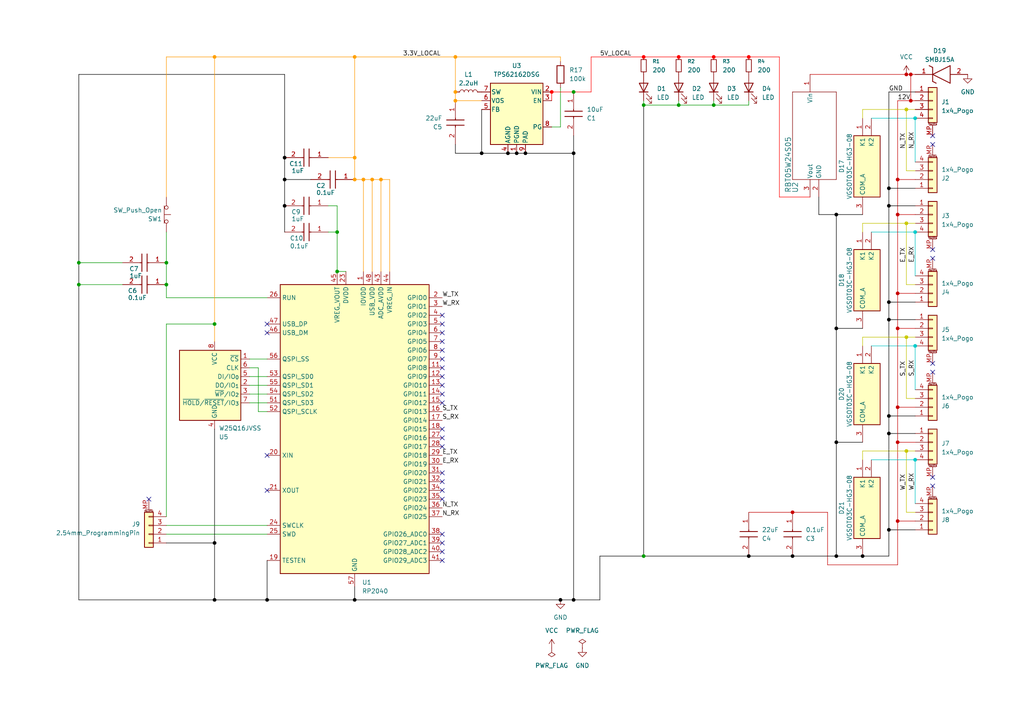
<source format=kicad_sch>
(kicad_sch (version 20250114) (generator "eeschema") (generator_version "9.0")
  (paper "A4")
  (title_block (date "2025-11-03") (rev "v0.0.1"))
  (junction (at 186.69 161.29))
  (junction (at 160.02 26.67) (color 255 0 0 1))
  (junction (at 260.35 85.09) (color 194 0 0 1))
  (junction (at 262.89 97.79) (color 194 194 0 1))
  (junction (at 102.87 52.07) (color 255 153 0 1))
  (junction (at 62.23 173.99) (color 0 0 0 1))
  (junction (at 132.08 16.51) (color 255 153 0 1))
  (junction (at 132.08 29.21) (color 255 153 0 1))
  (junction (at 262.89 64.77) (color 194 194 0 1))
  (junction (at 229.87 161.29) (color 0 0 0 1))
  (junction (at 162.56 173.99) (color 0 0 0 1))
  (junction (at 207.01 16.51) (color 255 0 0 1))
  (junction (at 166.37 26.67))
  (junction (at 265.43 100.33) (color 0 194 194 1))
  (junction (at 48.26 82.55))
  (junction (at 242.57 128.27) (color 0 0 0 1))
  (junction (at 262.89 21.59) (color 194 0 0 1))
  (junction (at 257.81 59.69) (color 0 0 0 1))
  (junction (at 217.17 16.51) (color 255 0 0 1))
  (junction (at 82.55 59.69) (color 0 0 0 1))
  (junction (at 147.32 44.45) (color 0 0 0 1))
  (junction (at 257.81 92.71) (color 0 0 0 1))
  (junction (at 260.35 128.27) (color 194 0 0 1))
  (junction (at 82.55 52.07) (color 0 0 0 1))
  (junction (at 22.86 76.2))
  (junction (at 250.19 161.29) (color 0 0 0 1))
  (junction (at 260.35 52.07) (color 194 0 0 1))
  (junction (at 217.17 161.29) (color 0 0 0 1))
  (junction (at 82.55 45.72) (color 0 0 0 1))
  (junction (at 260.35 62.23) (color 194 0 0 1))
  (junction (at 265.43 133.35) (color 0 194 194 1))
  (junction (at 186.69 16.51) (color 255 0 0 1))
  (junction (at 196.85 16.51) (color 255 0 0 1))
  (junction (at 260.35 151.13) (color 194 0 0 1))
  (junction (at 107.95 52.07) (color 255 153 0 1))
  (junction (at 62.23 16.51) (color 255 153 0 1))
  (junction (at 242.57 62.23) (color 0 0 0 1))
  (junction (at 260.35 118.11) (color 194 0 0 1))
  (junction (at 132.08 26.67) (color 255 153 0 1))
  (junction (at 257.81 125.73) (color 0 0 0 1))
  (junction (at 257.81 87.63) (color 0 0 0 1))
  (junction (at 62.23 93.98))
  (junction (at 262.89 31.75) (color 194 194 0 1))
  (junction (at 265.43 67.31) (color 0 194 194 1))
  (junction (at 229.87 148.59) (color 194 0 0 1))
  (junction (at 265.43 34.29) (color 0 194 194 1))
  (junction (at 77.47 173.99) (color 0 0 0 1))
  (junction (at 242.57 161.29) (color 0 0 0 1))
  (junction (at 207.01 30.48))
  (junction (at 242.57 95.25) (color 0 0 0 1))
  (junction (at 186.69 30.48))
  (junction (at 102.87 16.51) (color 255 153 0 1))
  (junction (at 262.89 130.81) (color 194 194 0 1))
  (junction (at 105.41 52.07) (color 255 153 0 1))
  (junction (at 102.87 45.72) (color 255 153 0 1))
  (junction (at 264.16 21.59) (color 194 0 0 1))
  (junction (at 102.87 173.99) (color 0 0 0 1))
  (junction (at 257.81 54.61) (color 0 0 0 1))
  (junction (at 257.81 153.67) (color 0 0 0 1))
  (junction (at 166.37 173.99) (color 0 0 0 1))
  (junction (at 257.81 120.65) (color 0 0 0 1))
  (junction (at 196.85 30.48))
  (junction (at 97.79 78.74))
  (junction (at 97.79 67.31))
  (junction (at 48.26 76.2))
  (junction (at 152.4 44.45) (color 0 0 0 1))
  (junction (at 110.49 52.07) (color 255 153 0 1))
  (junction (at 166.37 44.45) (color 0 0 0 1))
  (junction (at 139.7 44.45) (color 0 0 0 1))
  (junction (at 264.16 29.21) (color 194 0 0 1))
  (junction (at 149.86 44.45) (color 0 0 0 1))
  (junction (at 22.86 82.55))
  (junction (at 62.23 157.48) (color 0 0 0 1))
  (junction (at 260.35 95.25) (color 194 0 0 1))
  (no_connect (at 128.27 109.22))
  (no_connect (at 77.47 142.24))
  (no_connect (at 128.27 114.3))
  (no_connect (at 128.27 116.84))
  (no_connect (at 128.27 93.98))
  (no_connect (at 77.47 132.08))
  (no_connect (at 270.51 107.95))
  (no_connect (at 128.27 139.7))
  (no_connect (at 128.27 99.06))
  (no_connect (at 128.27 101.6))
  (no_connect (at 128.27 111.76))
  (no_connect (at 128.27 154.94))
  (no_connect (at 128.27 137.16))
  (no_connect (at 270.51 72.39))
  (no_connect (at 128.27 96.52))
  (no_connect (at 128.27 127))
  (no_connect (at 128.27 162.56))
  (no_connect (at 128.27 124.46))
  (no_connect (at 128.27 91.44))
  (no_connect (at 128.27 144.78))
  (no_connect (at 270.51 105.41))
  (no_connect (at 43.18 144.78))
  (no_connect (at 128.27 160.02))
  (no_connect (at 270.51 138.43))
  (no_connect (at 77.47 96.52))
  (no_connect (at 270.51 41.91))
  (no_connect (at 128.27 129.54))
  (no_connect (at 270.51 74.93))
  (no_connect (at 270.51 39.37))
  (no_connect (at 77.47 93.98))
  (no_connect (at 128.27 142.24))
  (no_connect (at 128.27 106.68))
  (no_connect (at 270.51 140.97))
  (no_connect (at 128.27 157.48))
  (no_connect (at 128.27 104.14))
  (wire (pts (xy 102.87 16.51) (xy 132.08 16.51)) (stroke (width 0) (color 255 153 0 1)))
  (wire (pts (xy 107.95 52.07) (xy 110.49 52.07)) (stroke (width 0) (color 255 153 0 1)))
  (wire (pts (xy 250.19 31.75) (xy 262.89 31.75)) (stroke (width 0) (color 194 194 0 1)))
  (wire (pts (xy 48.26 149.86) (xy 48.26 93.98)))
  (wire (pts (xy 90.17 52.07) (xy 82.55 52.07)) (stroke (width 0) (color 0 0 0 1)))
  (wire (pts (xy 264.16 21.59) (xy 265.43 21.59)) (stroke (width 0) (color 194 0 0 1)))
  (wire (pts (xy 262.89 49.53) (xy 265.43 49.53)) (stroke (width 0) (color 194 194 0 1)))
  (wire (pts (xy 260.35 85.09) (xy 260.35 95.25)) (stroke (width 0) (color 194 0 0 1)))
  (wire (pts (xy 257.81 92.71) (xy 265.43 92.71)) (stroke (width 0) (color 0 0 0 1)))
  (wire (pts (xy 262.89 130.81) (xy 262.89 148.59)) (stroke (width 0) (color 194 194 0 1)))
  (wire (pts (xy 257.81 87.63) (xy 257.81 92.71)) (stroke (width 0) (color 0 0 0 1)))
  (wire (pts (xy 72.39 104.14) (xy 77.47 104.14)))
  (wire (pts (xy 72.39 116.84) (xy 77.47 116.84)))
  (wire (pts (xy 166.37 39.37) (xy 166.37 44.45)) (stroke (width 0) (color 0 0 0 1)))
  (wire (pts (xy 48.26 93.98) (xy 62.23 93.98)))
  (wire (pts (xy 48.26 82.55) (xy 48.26 86.36)))
  (wire (pts (xy 48.26 76.2) (xy 48.26 82.55)))
  (wire (pts (xy 113.03 52.07) (xy 113.03 78.74)) (stroke (width 0) (color 255 153 0 1)))
  (wire (pts (xy 260.35 85.09) (xy 265.43 85.09)) (stroke (width 0) (color 194 0 0 1)))
  (wire (pts (xy 257.81 120.65) (xy 265.43 120.65)) (stroke (width 0) (color 0 0 0 1)))
  (wire (pts (xy 102.87 45.72) (xy 102.87 52.07)) (stroke (width 0) (color 255 153 0 1)))
  (wire (pts (xy 62.23 93.98) (xy 62.23 99.06)) (stroke (width 0) (color 255 153 0 1)))
  (wire (pts (xy 242.57 161.29) (xy 250.19 161.29)) (stroke (width 0) (color 0 0 0 1)))
  (wire (pts (xy 207.01 29.21) (xy 207.01 30.48)))
  (wire (pts (xy 217.17 161.29) (xy 229.87 161.29)) (stroke (width 0) (color 0 0 0 1)))
  (wire (pts (xy 260.35 118.11) (xy 260.35 128.27)) (stroke (width 0) (color 194 0 0 1)))
  (wire (pts (xy 229.87 161.29) (xy 242.57 161.29)) (stroke (width 0) (color 0 0 0 1)))
  (wire (pts (xy 196.85 29.21) (xy 196.85 30.48)))
  (wire (pts (xy 132.08 44.45) (xy 139.7 44.45)) (stroke (width 0) (color 0 0 0 1)))
  (wire (pts (xy 22.86 82.55) (xy 35.56 82.55)))
  (wire (pts (xy 234.95 21.59) (xy 262.89 21.59)) (stroke (width 0) (color 194 0 0 1)))
  (wire (pts (xy 260.35 118.11) (xy 265.43 118.11)) (stroke (width 0) (color 194 0 0 1)))
  (wire (pts (xy 74.93 106.68) (xy 74.93 119.38)))
  (wire (pts (xy 97.79 67.31) (xy 97.79 78.74)))
  (wire (pts (xy 48.26 67.31) (xy 48.26 76.2)))
  (wire (pts (xy 265.43 34.29) (xy 265.43 46.99)) (stroke (width 0) (color 0 194 194 1)))
  (wire (pts (xy 97.79 78.74) (xy 100.33 78.74)))
  (wire (pts (xy 257.81 59.69) (xy 265.43 59.69)) (stroke (width 0) (color 0 0 0 1)))
  (wire (pts (xy 95.25 45.72) (xy 102.87 45.72)) (stroke (width 0) (color 255 153 0 1)))
  (wire (pts (xy 262.89 130.81) (xy 265.43 130.81)) (stroke (width 0) (color 194 194 0 1)))
  (wire (pts (xy 260.35 163.83) (xy 260.35 151.13)) (stroke (width 0) (color 194 0 0 1)))
  (wire (pts (xy 217.17 16.51) (xy 226.06 16.51)) (stroke (width 0) (color 255 0 0 1)))
  (wire (pts (xy 265.43 97.79) (xy 262.89 97.79)) (stroke (width 0) (color 194 194 0 1)))
  (wire (pts (xy 48.26 154.94) (xy 77.47 154.94)))
  (wire (pts (xy 260.35 62.23) (xy 260.35 85.09)) (stroke (width 0) (color 194 0 0 1)))
  (wire (pts (xy 257.81 26.67) (xy 257.81 54.61)) (stroke (width 0) (color 0 0 0 1)))
  (wire (pts (xy 171.45 16.51) (xy 171.45 26.67)) (stroke (width 0) (color 255 0 0 1)))
  (wire (pts (xy 22.86 173.99) (xy 22.86 82.55)) (stroke (width 0) (color 0 0 0 1)))
  (wire (pts (xy 250.19 133.35) (xy 250.19 130.81)) (stroke (width 0) (color 194 194 0 1)))
  (wire (pts (xy 265.43 31.75) (xy 262.89 31.75)) (stroke (width 0) (color 194 194 0 1)))
  (wire (pts (xy 265.43 100.33) (xy 265.43 113.03)) (stroke (width 0) (color 0 194 194 1)))
  (wire (pts (xy 173.99 161.29) (xy 186.69 161.29)) (stroke (width 0) (color 0 0 0 1)))
  (wire (pts (xy 217.17 30.48) (xy 217.17 29.21)))
  (wire (pts (xy 162.56 36.83) (xy 160.02 36.83)))
  (wire (pts (xy 257.81 92.71) (xy 257.81 120.65)) (stroke (width 0) (color 0 0 0 1)))
  (wire (pts (xy 237.49 57.15) (xy 237.49 62.23)) (stroke (width 0) (color 0 0 0 1)))
  (wire (pts (xy 132.08 29.21) (xy 139.7 29.21)) (stroke (width 0) (color 255 153 0 1)))
  (wire (pts (xy 107.95 52.07) (xy 107.95 78.74)) (stroke (width 0) (color 255 153 0 1)))
  (wire (pts (xy 166.37 26.67) (xy 171.45 26.67)) (stroke (width 0) (color 255 0 0 1)))
  (wire (pts (xy 257.81 59.69) (xy 257.81 87.63)) (stroke (width 0) (color 0 0 0 1)))
  (wire (pts (xy 62.23 173.99) (xy 77.47 173.99)) (stroke (width 0) (color 0 0 0 1)))
  (wire (pts (xy 173.99 173.99) (xy 173.99 161.29)) (stroke (width 0) (color 0 0 0 1)))
  (wire (pts (xy 257.81 125.73) (xy 257.81 153.67)) (stroke (width 0) (color 0 0 0 1)))
  (wire (pts (xy 250.19 161.29) (xy 257.81 161.29)) (stroke (width 0) (color 0 0 0 1)))
  (wire (pts (xy 62.23 157.48) (xy 62.23 173.99)) (stroke (width 0) (color 0 0 0 1)))
  (wire (pts (xy 262.89 148.59) (xy 265.43 148.59)) (stroke (width 0) (color 194 194 0 1)))
  (wire (pts (xy 265.43 29.21) (xy 264.16 29.21)) (stroke (width 0) (color 194 0 0 1)))
  (wire (pts (xy 242.57 128.27) (xy 250.19 128.27)) (stroke (width 0) (color 0 0 0 1)))
  (wire (pts (xy 82.55 45.72) (xy 82.55 52.07)) (stroke (width 0) (color 0 0 0 1)))
  (wire (pts (xy 265.43 133.35) (xy 265.43 146.05)) (stroke (width 0) (color 0 194 194 1)))
  (wire (pts (xy 257.81 87.63) (xy 265.43 87.63)) (stroke (width 0) (color 0 0 0 1)))
  (wire (pts (xy 22.86 76.2) (xy 22.86 21.59)) (stroke (width 0) (color 0 0 0 1)))
  (wire (pts (xy 48.26 86.36) (xy 77.47 86.36)))
  (wire (pts (xy 95.25 59.69) (xy 97.79 59.69)))
  (wire (pts (xy 171.45 16.51) (xy 186.69 16.51)) (stroke (width 0) (color 255 0 0 1)))
  (wire (pts (xy 207.01 16.51) (xy 217.17 16.51)) (stroke (width 0) (color 255 0 0 1)))
  (wire (pts (xy 250.19 97.79) (xy 262.89 97.79)) (stroke (width 0) (color 194 194 0 1)))
  (wire (pts (xy 62.23 124.46) (xy 62.23 157.48)) (stroke (width 0) (color 0 0 0 1)))
  (wire (pts (xy 139.7 44.45) (xy 147.32 44.45)) (stroke (width 0) (color 0 0 0 1)))
  (wire (pts (xy 149.86 44.45) (xy 152.4 44.45)) (stroke (width 0) (color 0 0 0 1)))
  (wire (pts (xy 95.25 67.31) (xy 97.79 67.31)))
  (wire (pts (xy 22.86 76.2) (xy 35.56 76.2)))
  (wire (pts (xy 139.7 31.75) (xy 139.7 44.45)) (stroke (width 0) (color 0 0 0 1)))
  (wire (pts (xy 264.16 21.59) (xy 264.16 29.21)) (stroke (width 0) (color 194 0 0 1)))
  (wire (pts (xy 110.49 52.07) (xy 113.03 52.07)) (stroke (width 0) (color 255 153 0 1)))
  (wire (pts (xy 162.56 16.51) (xy 162.56 17.78)) (stroke (width 0) (color 255 153 0 1)))
  (wire (pts (xy 252.73 67.31) (xy 265.43 67.31)) (stroke (width 0) (color 0 194 194 1)))
  (wire (pts (xy 82.55 59.69) (xy 82.55 52.07)) (stroke (width 0) (color 0 0 0 1)))
  (wire (pts (xy 262.89 97.79) (xy 262.89 115.57)) (stroke (width 0) (color 194 194 0 1)))
  (wire (pts (xy 186.69 30.48) (xy 196.85 30.48)))
  (wire (pts (xy 196.85 16.51) (xy 207.01 16.51)) (stroke (width 0) (color 255 0 0 1)))
  (wire (pts (xy 166.37 173.99) (xy 173.99 173.99)) (stroke (width 0) (color 0 0 0 1)))
  (wire (pts (xy 186.69 30.48) (xy 186.69 161.29)) (stroke (width 0) (color 0 0 0 1)))
  (wire (pts (xy 196.85 30.48) (xy 207.01 30.48)))
  (wire (pts (xy 250.19 34.29) (xy 250.19 31.75)) (stroke (width 0) (color 194 194 0 1)))
  (wire (pts (xy 260.35 95.25) (xy 265.43 95.25)) (stroke (width 0) (color 194 0 0 1)))
  (wire (pts (xy 186.69 29.21) (xy 186.69 30.48)))
  (wire (pts (xy 262.89 64.77) (xy 262.89 82.55)) (stroke (width 0) (color 194 194 0 1)))
  (wire (pts (xy 257.81 54.61) (xy 265.43 54.61)) (stroke (width 0) (color 0 0 0 1)))
  (wire (pts (xy 72.39 114.3) (xy 77.47 114.3)))
  (wire (pts (xy 132.08 29.21) (xy 132.08 26.67)) (stroke (width 0) (color 255 153 0 1)))
  (wire (pts (xy 260.35 128.27) (xy 260.35 151.13)) (stroke (width 0) (color 194 0 0 1)))
  (wire (pts (xy 260.35 128.27) (xy 265.43 128.27)) (stroke (width 0) (color 194 0 0 1)))
  (wire (pts (xy 260.35 52.07) (xy 260.35 62.23)) (stroke (width 0) (color 194 0 0 1)))
  (wire (pts (xy 257.81 120.65) (xy 257.81 125.73)) (stroke (width 0) (color 0 0 0 1)))
  (wire (pts (xy 72.39 111.76) (xy 77.47 111.76)))
  (wire (pts (xy 48.26 16.51) (xy 62.23 16.51)) (stroke (width 0) (color 255 153 0 1)))
  (wire (pts (xy 207.01 30.48) (xy 217.17 30.48)))
  (wire (pts (xy 48.26 152.4) (xy 77.47 152.4)))
  (wire (pts (xy 242.57 62.23) (xy 250.19 62.23)) (stroke (width 0) (color 0 0 0 1)))
  (wire (pts (xy 110.49 52.07) (xy 110.49 78.74)) (stroke (width 0) (color 255 153 0 1)))
  (wire (pts (xy 105.41 52.07) (xy 107.95 52.07)) (stroke (width 0) (color 255 153 0 1)))
  (wire (pts (xy 265.43 64.77) (xy 262.89 64.77)) (stroke (width 0) (color 194 194 0 1)))
  (wire (pts (xy 72.39 109.22) (xy 77.47 109.22)))
  (wire (pts (xy 102.87 173.99) (xy 162.56 173.99)) (stroke (width 0) (color 0 0 0 1)))
  (wire (pts (xy 242.57 95.25) (xy 242.57 128.27)) (stroke (width 0) (color 0 0 0 1)))
  (wire (pts (xy 166.37 44.45) (xy 166.37 173.99)) (stroke (width 0) (color 0 0 0 1)))
  (wire (pts (xy 82.55 59.69) (xy 82.55 67.31)) (stroke (width 0) (color 0 0 0 1)))
  (wire (pts (xy 260.35 95.25) (xy 260.35 118.11)) (stroke (width 0) (color 194 0 0 1)))
  (wire (pts (xy 186.69 16.51) (xy 196.85 16.51)) (stroke (width 0) (color 255 0 0 1)))
  (wire (pts (xy 262.89 115.57) (xy 265.43 115.57)) (stroke (width 0) (color 194 194 0 1)))
  (wire (pts (xy 62.23 16.51) (xy 102.87 16.51)) (stroke (width 0) (color 255 153 0 1)))
  (wire (pts (xy 132.08 16.51) (xy 132.08 26.67)) (stroke (width 0) (color 255 153 0 1)))
  (wire (pts (xy 97.79 67.31) (xy 97.79 59.69)))
  (wire (pts (xy 262.89 31.75) (xy 262.89 49.53)) (stroke (width 0) (color 194 194 0 1)))
  (wire (pts (xy 260.35 151.13) (xy 265.43 151.13)) (stroke (width 0) (color 194 0 0 1)))
  (wire (pts (xy 252.73 34.29) (xy 265.43 34.29)) (stroke (width 0) (color 0 194 194 1)))
  (wire (pts (xy 160.02 26.67) (xy 160.02 29.21)) (stroke (width 0) (color 255 0 0 1)))
  (wire (pts (xy 260.35 52.07) (xy 265.43 52.07)) (stroke (width 0) (color 194 0 0 1)))
  (wire (pts (xy 257.81 125.73) (xy 265.43 125.73)) (stroke (width 0) (color 0 0 0 1)))
  (wire (pts (xy 186.69 161.29) (xy 217.17 161.29)) (stroke (width 0) (color 0 0 0 1)))
  (wire (pts (xy 262.89 21.59) (xy 264.16 21.59)) (stroke (width 0) (color 194 0 0 1)))
  (wire (pts (xy 250.19 100.33) (xy 250.19 97.79)) (stroke (width 0) (color 194 194 0 1)))
  (wire (pts (xy 152.4 44.45) (xy 166.37 44.45)) (stroke (width 0) (color 0 0 0 1)))
  (wire (pts (xy 132.08 16.51) (xy 162.56 16.51)) (stroke (width 0) (color 255 153 0 1)))
  (wire (pts (xy 252.73 133.35) (xy 265.43 133.35)) (stroke (width 0) (color 0 194 194 1)))
  (wire (pts (xy 240.03 163.83) (xy 260.35 163.83)) (stroke (width 0) (color 194 0 0 1)))
  (wire (pts (xy 250.19 130.81) (xy 262.89 130.81)) (stroke (width 0) (color 194 194 0 1)))
  (wire (pts (xy 250.19 64.77) (xy 262.89 64.77)) (stroke (width 0) (color 194 194 0 1)))
  (wire (pts (xy 257.81 54.61) (xy 257.81 59.69)) (stroke (width 0) (color 0 0 0 1)))
  (wire (pts (xy 262.89 82.55) (xy 265.43 82.55)) (stroke (width 0) (color 194 194 0 1)))
  (wire (pts (xy 250.19 67.31) (xy 250.19 64.77)) (stroke (width 0) (color 194 194 0 1)))
  (wire (pts (xy 265.43 67.31) (xy 265.43 80.01)) (stroke (width 0) (color 0 194 194 1)))
  (wire (pts (xy 132.08 41.91) (xy 132.08 44.45)) (stroke (width 0) (color 0 0 0 1)))
  (wire (pts (xy 252.73 100.33) (xy 265.43 100.33)) (stroke (width 0) (color 0 194 194 1)))
  (wire (pts (xy 74.93 119.38) (xy 77.47 119.38)))
  (wire (pts (xy 229.87 148.59) (xy 240.03 148.59)) (stroke (width 0) (color 194 0 0 1)))
  (wire (pts (xy 260.35 62.23) (xy 265.43 62.23)) (stroke (width 0) (color 194 0 0 1)))
  (wire (pts (xy 102.87 52.07) (xy 105.41 52.07)) (stroke (width 0) (color 255 153 0 1)))
  (wire (pts (xy 226.06 57.15) (xy 234.95 57.15)) (stroke (width 0) (color 255 0 0 1)))
  (wire (pts (xy 264.16 29.21) (xy 260.35 29.21)) (stroke (width 0) (color 194 0 0 1)))
  (wire (pts (xy 237.49 62.23) (xy 242.57 62.23)) (stroke (width 0) (color 0 0 0 1)))
  (wire (pts (xy 102.87 170.18) (xy 102.87 173.99)) (stroke (width 0) (color 0 0 0 1)))
  (wire (pts (xy 240.03 163.83) (xy 240.03 148.59)) (stroke (width 0) (color 194 0 0 1)))
  (wire (pts (xy 22.86 21.59) (xy 82.55 21.59)) (stroke (width 0) (color 0 0 0 1)))
  (wire (pts (xy 257.81 26.67) (xy 265.43 26.67)) (stroke (width 0) (color 0 0 0 1)))
  (wire (pts (xy 257.81 153.67) (xy 265.43 153.67)) (stroke (width 0) (color 0 0 0 1)))
  (wire (pts (xy 48.26 16.51) (xy 48.26 57.15)) (stroke (width 0) (color 255 153 0 1)))
  (wire (pts (xy 162.56 173.99) (xy 166.37 173.99)) (stroke (width 0) (color 0 0 0 1)))
  (wire (pts (xy 226.06 16.51) (xy 226.06 57.15)) (stroke (width 0) (color 255 0 0 1)))
  (wire (pts (xy 82.55 21.59) (xy 82.55 45.72)) (stroke (width 0) (color 0 0 0 1)))
  (wire (pts (xy 242.57 62.23) (xy 242.57 95.25)) (stroke (width 0) (color 0 0 0 1)))
  (wire (pts (xy 22.86 82.55) (xy 22.86 76.2)) (stroke (width 0) (color 0 0 0 1)))
  (wire (pts (xy 62.23 16.51) (xy 62.23 93.98)) (stroke (width 0) (color 255 153 0 1)))
  (wire (pts (xy 160.02 26.67) (xy 166.37 26.67)) (stroke (width 0) (color 255 0 0 1)))
  (wire (pts (xy 72.39 106.68) (xy 74.93 106.68)))
  (wire (pts (xy 242.57 128.27) (xy 242.57 161.29)) (stroke (width 0) (color 0 0 0 1)))
  (wire (pts (xy 217.17 148.59) (xy 229.87 148.59)) (stroke (width 0) (color 194 0 0 1)))
  (wire (pts (xy 162.56 25.4) (xy 162.56 36.83)))
  (wire (pts (xy 77.47 162.56) (xy 77.47 173.99)) (stroke (width 0) (color 0 0 0 1)))
  (wire (pts (xy 147.32 44.45) (xy 149.86 44.45)) (stroke (width 0) (color 0 0 0 1)))
  (wire (pts (xy 22.86 173.99) (xy 62.23 173.99)) (stroke (width 0) (color 0 0 0 1)))
  (wire (pts (xy 105.41 52.07) (xy 105.41 78.74)) (stroke (width 0) (color 255 153 0 1)))
  (wire (pts (xy 257.81 161.29) (xy 257.81 153.67)) (stroke (width 0) (color 0 0 0 1)))
  (wire (pts (xy 77.47 173.99) (xy 102.87 173.99)) (stroke (width 0) (color 0 0 0 1)))
  (wire (pts (xy 242.57 95.25) (xy 250.19 95.25)) (stroke (width 0) (color 0 0 0 1)))
  (wire (pts (xy 260.35 29.21) (xy 260.35 52.07)) (stroke (width 0) (color 194 0 0 1)))
  (wire (pts (xy 102.87 16.51) (xy 102.87 45.72)) (stroke (width 0) (color 255 153 0 1)))
  (wire (pts (xy 48.26 157.48) (xy 62.23 157.48)) (stroke (width 0) (color 0 0 0 1)))
  (label "N_TX" (at 262.89 43.18 90))
  (label "E_TX" (at 262.89 76.2 90))
  (label "S_TX" (at 128.27 119.38 0))
  (label "N_RX" (at 128.27 149.86 0))
  (label "W_RX" (at 265.43 142.24 90))
  (label "N_TX" (at 128.27 147.32 0))
  (label "5V_LOCAL" (at 173.99 16.51 0))
  (label "E_RX" (at 128.27 134.62 0))
  (label "3.3V_LOCAL" (at 116.84 16.51 0))
  (label "W_TX" (at 128.27 86.36 0))
  (label "12V" (at 260.35 29.21 0))
  (label "W_TX" (at 262.89 142.24 90))
  (label "W_RX" (at 128.27 88.9 0))
  (label "GND" (at 257.81 26.67 0))
  (label "N_RX" (at 265.43 43.18 90))
  (label "E_TX" (at 128.27 132.08 0))
  (label "S_RX" (at 265.43 109.22 90))
  (label "E_RX" (at 265.43 76.2 90))
  (label "S_TX" (at 262.89 109.22 90))
  (label "S_RX" (at 128.27 121.92 0))
  (symbol (lib_id "Connector_Generic_MountingPin:Conn_01x04_MountingPin") (at 43.18 154.94 180) (unit 1)
    (property "Reference" "J9" (at 40.64 152.0443 0) (effects (justify left)))
    (property "Value" "2.54mm_ProgrammingPin" (at 40.64 154.5843 0) (effects (justify left)))
    (property "Footprint" "Connector_PinSocket_2.54mm:PinSocket_1x04_P2.54mm_Vertical" (effects (hide yes)))
    (property "Description" "Generic connectable mounting pin connector, single row, 01x04, script generated (kicad-library-utils/schlib/autogen/connector/)" (effects (hide yes)))
  )
  (symbol (lib_id "Device:LED") (at 207.01 25.4 90) (unit 1)
    (property "Reference" "D3" (at 210.82 25.7174 90) (effects (justify right)))
    (property "Value" "LED" (at 210.82 28.2574 90) (effects (justify right)))
    (property "Footprint" "SamacSys_Parts:LEDC1608X115N" (effects (hide yes)))
    (property "Description" "Light emitting diode" (effects (hide yes)))
    (property "Sim.Pins" "1=K 2=A" (effects (hide yes)))
  )
  (symbol (lib_id "SamacSys_Parts:SMBJ15A") (at 265.43 21.59 0) (unit 1)
    (property "Reference" "D19" (at 272.542 14.732 0))
    (property "Value" "SMBJ15A" (at 272.542 17.272 0))
    (property "Footprint" "SamacSys_Parts:DIOM5436X244N" (effects (hide yes)))
    (property "Datasheet" "http://www.vishay.com/docs/88392/smbj.pdf" (effects (hide yes)))
    (property "Description" "Unidirectional 600W TVS diode,SMBJ15A" (effects (hide yes)))
    (property "Height" "2.44" (effects (hide yes)))
    (property "Manufacturer_Name" "Vishay" (effects (hide yes)))
    (property "Manufacturer_Part_Number" "SMBJ15A" (effects (hide yes)))
    (property "Mouser Part Number" "78-SMBJ15A" (effects (hide yes)))
    (property "Mouser Price/Stock" "https://www.mouser.co.uk/ProductDetail/Vishay-General-Semiconductor/SMBJ15A?qs=%252BA9HMDDz5KavBY56EO7ceQ%3D%3D" (effects (hide yes)))
  )
  (symbol (lib_id "SamacSys_Parts:C0805F104K1RACAUTO") (at 229.87 148.59 90) (mirror x) (unit 1)
    (property "Reference" "C3" (at 233.68 156.2101 90) (effects (justify right)))
    (property "Value" "0.1uF" (at 233.68 153.6701 90) (effects (justify right)))
    (property "Footprint" "SamacSys_Parts:CAPC2012X140N" (effects (hide yes)))
    (property "Datasheet" "https://content.kemet.com/datasheets/KEM_C1014_X7R_FE-CAP_SMD.pdf" (effects (hide yes)))
    (property "Description" "Multilayer Ceramic Capacitors MLCC - SMD/SMT 100V 0.1uF 10% X7R -55 / +125C AEC-Q200" (effects (hide yes)))
    (property "Height" "1.4" (effects (hide yes)))
    (property "Manufacturer_Name" "KEMET" (effects (hide yes)))
    (property "Manufacturer_Part_Number" "C0805F104K1RACAUTO" (effects (hide yes)))
  )
  (symbol (lib_id "SamacSys_Parts:GRM188C81A226ME01D") (at 217.17 148.59 90) (mirror x) (unit 1)
    (property "Reference" "C4" (at 220.98 156.2101 90) (effects (justify right)))
    (property "Value" "22uF" (at 220.98 153.6701 90) (effects (justify right)))
    (property "Footprint" "SamacSys_Parts:GRM18x" (effects (hide yes)))
    (property "Datasheet" "https://search.murata.co.jp/Ceramy/image/img/A01X/G101/ENG/GRM188C81A226ME01-01A.pdf" (effects (hide yes)))
    (property "Description" "MLCC, 0603" (effects (hide yes)))
    (property "Height" "0.9" (effects (hide yes)))
    (property "Manufacturer_Name" "Murata Electronics" (effects (hide yes)))
    (property "Manufacturer_Part_Number" "GRM188C81A226ME01D" (effects (hide yes)))
  )
  (symbol (lib_id "SamacSys_Parts:GRM033D70E105ME15D") (at 95.25 59.69 0) (mirror y) (unit 1)
    (property "Reference" "C9" (at 85.852 61.468 0))
    (property "Value" "1uF" (at 86.36 63.5 0))
    (property "Footprint" "SamacSys_Parts:CAPC0603X33N" (effects (hide yes)))
    (property "Datasheet" "https://search.murata.co.jp/Ceramy/image/img/A01X/G101/ENG/GRM033D70E105ME15-01A.pdf" (effects (hide yes)))
    (property "Description" "Capacitor GRM03_0.09 L=0.6mm W=0.3mm T=0.3mm" (effects (hide yes)))
    (property "Height" "0.33" (effects (hide yes)))
    (property "Manufacturer_Name" "Murata Electronics" (effects (hide yes)))
    (property "Manufacturer_Part_Number" "GRM033D70E105ME15D" (effects (hide yes)))
    (property "Mouser Part Number" "81-GRM033D70E105ME5D" (effects (hide yes)))
    (property "Mouser Price/Stock" "https://www.mouser.co.uk/ProductDetail/Murata-Electronics/GRM033D70E105ME15D?qs=r5DSvlrkXmLLNF3ZiIF79w%3D%3D" (effects (hide yes)))
  )
  (symbol (lib_id "power:GND") (at 168.91 187.96 0) (unit 1)
    (property "Reference" "#PWR03" (effects (hide yes)))
    (property "Value" "GND" (at 168.91 193.04 0))
    (property "Description" "Power symbol creates a global label with name \"GND\" , ground" (effects (hide yes)))
  )
  (symbol (lib_id "Device:LED") (at 196.85 25.4 90) (unit 1)
    (property "Reference" "D2" (at 200.66 25.7174 90) (effects (justify right)))
    (property "Value" "LED" (at 200.66 28.2574 90) (effects (justify right)))
    (property "Footprint" "SamacSys_Parts:LEDC1608X115N" (effects (hide yes)))
    (property "Description" "Light emitting diode" (effects (hide yes)))
    (property "Sim.Pins" "1=K 2=A" (effects (hide yes)))
  )
  (symbol (lib_id "Device:R_Small") (at 217.17 19.05 0) (unit 1)
    (property "Reference" "R4" (at 219.71 17.7799 0) (effects (font (size 1.016 1.016)) (justify left)))
    (property "Value" "200" (at 219.71 20.3199 0) (effects (justify left)))
    (property "Footprint" "SamacSys_Parts:CRCW1210200RJNEAIF" (effects (hide yes)))
    (property "Description" "Resistor, small symbol" (effects (hide yes)))
  )
  (symbol (lib_id "Regulator_Switching:TPS62162DSG") (at 149.86 34.29 0) (mirror y) (unit 1)
    (property "Reference" "U3" (at 149.86 19.05 0))
    (property "Value" "TPS62162DSG" (at 149.86 21.59 0))
    (property "Footprint" "Package_SON:WSON-8-1EP_2x2mm_P0.5mm_EP0.9x1.6mm_ThermalVias" (effects (hide yes)))
    (property "Datasheet" "http://www.ti.com/lit/ds/symlink/tps62160.pdf" (effects (hide yes)))
    (property "Description" "1A Step-Down Converter with DCS-Control, fixed 3.3V output, 3-17V input voltage, WSON-8" (effects (hide yes)))
  )
  (symbol (lib_id "Device:R_Small") (at 207.01 19.05 0) (unit 1)
    (property "Reference" "R3" (at 209.55 17.7799 0) (effects (font (size 1.016 1.016)) (justify left)))
    (property "Value" "200" (at 209.55 20.3199 0) (effects (justify left)))
    (property "Footprint" "SamacSys_Parts:CRCW1210200RJNEAIF" (effects (hide yes)))
    (property "Description" "Resistor, small symbol" (effects (hide yes)))
  )
  (symbol (lib_id "Device:R") (at 162.56 21.59 0) (mirror y) (unit 1)
    (property "Reference" "R17" (at 165.1 20.3199 0) (effects (justify right)))
    (property "Value" "100k" (at 165.1 22.8599 0) (effects (justify right)))
    (property "Footprint" "SamacSys_Parts:TNPW0805100KFHEA" (effects (hide yes)))
    (property "Description" "Resistor" (effects (hide yes)))
  )
  (symbol (lib_id "SamacSys_Parts:C0805F104K1RACAUTO") (at 48.26 82.55 0) (mirror y) (unit 1)
    (property "Reference" "C6" (at 37.084 84.328 0) (effects (justify right)))
    (property "Value" "0.1uF" (at 37.084 86.36 0) (effects (justify right)))
    (property "Footprint" "SamacSys_Parts:CAPC2012X140N" (effects (hide yes)))
    (property "Datasheet" "https://content.kemet.com/datasheets/KEM_C1014_X7R_FE-CAP_SMD.pdf" (effects (hide yes)))
    (property "Description" "Multilayer Ceramic Capacitors MLCC - SMD/SMT 100V 0.1uF 10% X7R -55 / +125C AEC-Q200" (effects (hide yes)))
    (property "Height" "1.4" (effects (hide yes)))
    (property "Manufacturer_Name" "KEMET" (effects (hide yes)))
    (property "Manufacturer_Part_Number" "C0805F104K1RACAUTO" (effects (hide yes)))
  )
  (symbol (lib_id "Connector_Generic_MountingPin:Conn_01x04_MountingPin") (at 270.51 151.13 0) (mirror x) (unit 1)
    (property "Reference" "J8" (at 273.05 150.7745 0) (effects (justify left)))
    (property "Value" "1x4_Pogo" (at 273.05 148.2345 0) (effects (justify left)))
    (property "Footprint" "Connector_PinSocket_2.54mm:PinSocket_1x04_P2.54mm_Vertical" (effects (hide yes)))
    (property "Description" "Generic connectable mounting pin connector, single row, 01x04, script generated (kicad-library-utils/schlib/autogen/connector/)" (effects (hide yes)))
  )
  (symbol (lib_id "Connector_Generic_MountingPin:Conn_01x04_MountingPin") (at 270.51 95.25 0) (unit 1)
    (property "Reference" "J5" (at 273.05 95.6055 0) (effects (justify left)))
    (property "Value" "1x4_Pogo" (at 273.05 98.1455 0) (effects (justify left)))
    (property "Footprint" "Connector_PinSocket_2.54mm:PinSocket_1x04_P2.54mm_Vertical" (effects (hide yes)))
    (property "Description" "Generic connectable mounting pin connector, single row, 01x04, script generated (kicad-library-utils/schlib/autogen/connector/)" (effects (hide yes)))
  )
  (symbol (lib_id "Device:LED") (at 186.69 25.4 90) (unit 1)
    (property "Reference" "D1" (at 190.5 25.7174 90) (effects (justify right)))
    (property "Value" "LED" (at 190.5 28.2574 90) (effects (justify right)))
    (property "Footprint" "SamacSys_Parts:LEDC1608X115N" (effects (hide yes)))
    (property "Description" "Light emitting diode" (effects (hide yes)))
    (property "Sim.Pins" "1=K 2=A" (effects (hide yes)))
  )
  (symbol (lib_id "Device:LED") (at 217.17 25.4 90) (unit 1)
    (property "Reference" "D4" (at 220.98 25.7174 90) (effects (justify right)))
    (property "Value" "LED" (at 220.98 28.2574 90) (effects (justify right)))
    (property "Footprint" "SamacSys_Parts:LEDC1608X115N" (effects (hide yes)))
    (property "Description" "Light emitting diode" (effects (hide yes)))
    (property "Sim.Pins" "1=K 2=A" (effects (hide yes)))
  )
  (symbol (lib_id "power:PWR_FLAG") (at 160.02 187.96 0) (mirror x) (unit 1)
    (property "Reference" "#FLG02" (effects (hide yes)))
    (property "Value" "PWR_FLAG" (at 160.02 193.04 0))
    (property "Description" "Special symbol for telling ERC where power comes from" (effects (hide yes)))
  )
  (symbol (lib_id "SamacSys_Parts:GRM188C81A226ME01D") (at 132.08 29.21 270) (unit 1)
    (property "Reference" "C5" (at 128.27 36.8301 90) (effects (justify right)))
    (property "Value" "22uF" (at 128.27 34.2901 90) (effects (justify right)))
    (property "Footprint" "SamacSys_Parts:GRM18x" (effects (hide yes)))
    (property "Datasheet" "https://search.murata.co.jp/Ceramy/image/img/A01X/G101/ENG/GRM188C81A226ME01-01A.pdf" (effects (hide yes)))
    (property "Description" "MLCC, 0603" (effects (hide yes)))
    (property "Height" "0.9" (effects (hide yes)))
    (property "Manufacturer_Name" "Murata Electronics" (effects (hide yes)))
    (property "Manufacturer_Part_Number" "GRM188C81A226ME01D" (effects (hide yes)))
  )
  (symbol (lib_id "SamacSys_Parts:GRM155R60J106ME18D") (at 166.37 26.67 90) (mirror x) (unit 1)
    (property "Reference" "C1" (at 170.18 34.2901 90) (effects (justify right)))
    (property "Value" "10uF" (at 170.18 31.7501 90) (effects (justify right)))
    (property "Footprint" "SamacSys_Parts:CAPC1005X70N" (effects (hide yes)))
    (property "Datasheet" "http://www.murata.com/~/media/webrenewal/support/library/catalog/products/capacitor/mlcc/c02e.pdf" (effects (hide yes)))
    (property "Description" "Chip Capacitor value 106" (effects (hide yes)))
    (property "Height" "0.7" (effects (hide yes)))
    (property "Manufacturer_Name" "Murata Electronics" (effects (hide yes)))
    (property "Manufacturer_Part_Number" "GRM155R60J106ME18D" (effects (hide yes)))
  )
  (symbol (lib_id "SamacSys_Parts:VGSOT03C-HG3-08") (at 250.19 133.35 90) (mirror x) (unit 1)
    (property "Reference" "D21" (at 244.094 147.32 0))
    (property "Value" "VGSOT03C-HG3-08" (at 246.38 147.32 0))
    (property "Footprint" "SamacSys_Parts:SOT95P248X115-3N" (effects (hide yes)))
    (property "Datasheet" "https://www.vishay.com/docs/86325/vgsot03c-vgsot36c.pdf" (effects (hide yes)))
    (property "Description" "Two-line unidirectional ESD protection diode  Common anode  Can be used as bidirectional protection diode  ESD immunity acc. IEC 61000-4-2 and ISO 10605 +/- 30 kV contact discharge +/- 30 kV air discharge  ESD capability according to AEC-Q101: human body model: class H3B: > 8 kV  e3 - Sn  AEC-Q101 qualified available" (effects (hide yes)))
    (property "Height" "1.15" (effects (hide yes)))
    (property "Manufacturer_Name" "Vishay" (effects (hide yes)))
    (property "Manufacturer_Part_Number" "VGSOT03C-HG3-08" (effects (hide yes)))
  )
  (symbol (lib_id "SamacSys_Parts:C0805F104K1RACAUTO") (at 95.25 67.31 0) (mirror y) (unit 1)
    (property "Reference" "C10" (at 84.074 69.088 0) (effects (justify right)))
    (property "Value" "0.1uF" (at 84.074 71.374 0) (effects (justify right)))
    (property "Footprint" "SamacSys_Parts:CAPC2012X140N" (effects (hide yes)))
    (property "Datasheet" "https://content.kemet.com/datasheets/KEM_C1014_X7R_FE-CAP_SMD.pdf" (effects (hide yes)))
    (property "Description" "Multilayer Ceramic Capacitors MLCC - SMD/SMT 100V 0.1uF 10% X7R -55 / +125C AEC-Q200" (effects (hide yes)))
    (property "Height" "1.4" (effects (hide yes)))
    (property "Manufacturer_Name" "KEMET" (effects (hide yes)))
    (property "Manufacturer_Part_Number" "C0805F104K1RACAUTO" (effects (hide yes)))
  )
  (symbol (lib_id "Connector_Generic_MountingPin:Conn_01x04_MountingPin") (at 270.51 85.09 0) (mirror x) (unit 1)
    (property "Reference" "J4" (at 273.05 84.7345 0) (effects (justify left)))
    (property "Value" "1x4_Pogo" (at 273.05 82.1945 0) (effects (justify left)))
    (property "Footprint" "Connector_PinSocket_2.54mm:PinSocket_1x04_P2.54mm_Vertical" (effects (hide yes)))
    (property "Description" "Generic connectable mounting pin connector, single row, 01x04, script generated (kicad-library-utils/schlib/autogen/connector/)" (effects (hide yes)))
  )
  (symbol (lib_id "2025-11-06_01-25-23:RBT05W24S05") (at 234.95 19.05 90) (mirror x) (unit 1)
    (property "Reference" "U2" (at 230.632 54.356 0) (effects (font (size 1.524 1.524))))
    (property "Value" "RBT05W24S05" (at 228.6 47.752 0) (effects (font (size 1.524 1.524))))
    (property "Footprint" "SamacSys_Parts:RBT10W24S05_XPP_XPR" (effects (hide yes)))
    (property "Datasheet" "RBT05W24S05" (effects (hide yes)))
  )
  (symbol (lib_id "SamacSys_Parts:GRM033D70E105ME15D") (at 95.25 45.72 0) (mirror y) (unit 1)
    (property "Reference" "C11" (at 85.852 47.498 0))
    (property "Value" "1uF" (at 86.36 49.53 0))
    (property "Footprint" "SamacSys_Parts:CAPC0603X33N" (effects (hide yes)))
    (property "Datasheet" "https://search.murata.co.jp/Ceramy/image/img/A01X/G101/ENG/GRM033D70E105ME15-01A.pdf" (effects (hide yes)))
    (property "Description" "Capacitor GRM03_0.09 L=0.6mm W=0.3mm T=0.3mm" (effects (hide yes)))
    (property "Height" "0.33" (effects (hide yes)))
    (property "Manufacturer_Name" "Murata Electronics" (effects (hide yes)))
    (property "Manufacturer_Part_Number" "GRM033D70E105ME15D" (effects (hide yes)))
    (property "Mouser Part Number" "81-GRM033D70E105ME5D" (effects (hide yes)))
    (property "Mouser Price/Stock" "https://www.mouser.co.uk/ProductDetail/Murata-Electronics/GRM033D70E105ME15D?qs=r5DSvlrkXmLLNF3ZiIF79w%3D%3D" (effects (hide yes)))
  )
  (symbol (lib_id "power:GND") (at 280.67 21.59 0) (unit 1)
    (property "Reference" "#PWR05" (effects (hide yes)))
    (property "Value" "GND" (at 280.67 26.67 0))
    (property "Description" "Power symbol creates a global label with name \"GND\" , ground" (effects (hide yes)))
  )
  (symbol (lib_id "Device:R_Small") (at 196.85 19.05 0) (unit 1)
    (property "Reference" "R2" (at 199.39 17.7799 0) (effects (font (size 1.016 1.016)) (justify left)))
    (property "Value" "200" (at 199.39 20.3199 0) (effects (justify left)))
    (property "Footprint" "SamacSys_Parts:CRCW1210200RJNEAIF" (effects (hide yes)))
    (property "Description" "Resistor, small symbol" (effects (hide yes)))
  )
  (symbol (lib_id "Memory_Flash:W25Q16JVSS") (at 62.23 111.76 0) (mirror y) (unit 1)
    (property "Reference" "U5" (at 63.5 126.746 0) (effects (justify right)))
    (property "Value" "W25Q16JVSS" (at 63.5 124.206 0) (effects (justify right)))
    (property "Footprint" "Package_SO:SOIC-8_5.3x5.3mm_P1.27mm" (effects (hide yes)))
    (property "Datasheet" "https://www.winbond.com/hq/support/documentation/levelOne.jsp?__locale=en&DocNo=DA00-W25Q16JV.1" (effects (hide yes)))
    (property "Description" "16Mbit / 2MiB Serial Flash Memory, Standard/Dual/Quad SPI, 2.7-3.6V, SOIC-8 (208 mil)" (effects (hide yes)))
  )
  (symbol (lib_id "power:VCC") (at 160.02 187.96 0) (unit 1)
    (property "Reference" "#PWR04" (effects (hide yes)))
    (property "Value" "VCC" (at 160.02 182.88 0))
    (property "Description" "Power symbol creates a global label with name \"VCC\"" (effects (hide yes)))
  )
  (symbol (lib_id "SamacSys_Parts:VGSOT03C-HG3-08") (at 250.19 67.31 90) (mirror x) (unit 1)
    (property "Reference" "D18" (at 244.094 81.28 0))
    (property "Value" "VGSOT03C-HG3-08" (at 246.38 81.28 0))
    (property "Footprint" "SamacSys_Parts:SOT95P248X115-3N" (effects (hide yes)))
    (property "Datasheet" "https://www.vishay.com/docs/86325/vgsot03c-vgsot36c.pdf" (effects (hide yes)))
    (property "Description" "Two-line unidirectional ESD protection diode  Common anode  Can be used as bidirectional protection diode  ESD immunity acc. IEC 61000-4-2 and ISO 10605 +/- 30 kV contact discharge +/- 30 kV air discharge  ESD capability according to AEC-Q101: human body model: class H3B: > 8 kV  e3 - Sn  AEC-Q101 qualified available" (effects (hide yes)))
    (property "Height" "1.15" (effects (hide yes)))
    (property "Manufacturer_Name" "Vishay" (effects (hide yes)))
    (property "Manufacturer_Part_Number" "VGSOT03C-HG3-08" (effects (hide yes)))
  )
  (symbol (lib_id "SamacSys_Parts:VGSOT03C-HG3-08") (at 250.19 34.29 90) (mirror x) (unit 1)
    (property "Reference" "D17" (at 244.094 48.26 0))
    (property "Value" "VGSOT03C-HG3-08" (at 246.38 48.26 0))
    (property "Footprint" "SamacSys_Parts:SOT95P248X115-3N" (effects (hide yes)))
    (property "Datasheet" "https://www.vishay.com/docs/86325/vgsot03c-vgsot36c.pdf" (effects (hide yes)))
    (property "Description" "Two-line unidirectional ESD protection diode  Common anode  Can be used as bidirectional protection diode  ESD immunity acc. IEC 61000-4-2 and ISO 10605 +/- 30 kV contact discharge +/- 30 kV air discharge  ESD capability according to AEC-Q101: human body model: class H3B: > 8 kV  e3 - Sn  AEC-Q101 qualified available" (effects (hide yes)))
    (property "Height" "1.15" (effects (hide yes)))
    (property "Manufacturer_Name" "Vishay" (effects (hide yes)))
    (property "Manufacturer_Part_Number" "VGSOT03C-HG3-08" (effects (hide yes)))
  )
  (symbol (lib_id "Connector_Generic_MountingPin:Conn_01x04_MountingPin") (at 270.51 52.07 0) (mirror x) (unit 1)
    (property "Reference" "J2" (at 273.05 51.7145 0) (effects (justify left)))
    (property "Value" "1x4_Pogo" (at 273.05 49.1745 0) (effects (justify left)))
    (property "Footprint" "Connector_PinSocket_2.54mm:PinSocket_1x04_P2.54mm_Vertical" (effects (hide yes)))
    (property "Description" "Generic connectable mounting pin connector, single row, 01x04, script generated (kicad-library-utils/schlib/autogen/connector/)" (effects (hide yes)))
  )
  (symbol (lib_id "Connector_Generic_MountingPin:Conn_01x04_MountingPin") (at 270.51 29.21 0) (unit 1)
    (property "Reference" "J1" (at 273.05 29.5655 0) (effects (justify left)))
    (property "Value" "1x4_Pogo" (at 273.05 32.1055 0) (effects (justify left)))
    (property "Footprint" "Connector_PinSocket_2.54mm:PinSocket_1x04_P2.54mm_Vertical" (effects (hide yes)))
    (property "Description" "Generic connectable mounting pin connector, single row, 01x04, script generated (kicad-library-utils/schlib/autogen/connector/)" (effects (hide yes)))
  )
  (symbol (lib_id "power:VCC") (at 262.89 21.59 0) (unit 1)
    (property "Reference" "#PWR01" (effects (hide yes)))
    (property "Value" "VCC" (at 262.89 16.51 0))
    (property "Description" "Power symbol creates a global label with name \"VCC\"" (effects (hide yes)))
  )
  (symbol (lib_id "Connector_Generic_MountingPin:Conn_01x04_MountingPin") (at 270.51 62.23 0) (unit 1)
    (property "Reference" "J3" (at 273.05 62.5855 0) (effects (justify left)))
    (property "Value" "1x4_Pogo" (at 273.05 65.1255 0) (effects (justify left)))
    (property "Footprint" "Connector_PinSocket_2.54mm:PinSocket_1x04_P2.54mm_Vertical" (effects (hide yes)))
    (property "Description" "Generic connectable mounting pin connector, single row, 01x04, script generated (kicad-library-utils/schlib/autogen/connector/)" (effects (hide yes)))
  )
  (symbol (lib_id "Device:L") (at 135.89 26.67 90) (unit 1)
    (property "Reference" "L1" (at 135.89 21.59 90))
    (property "Value" "2.2uH" (at 135.89 24.13 90))
    (property "Footprint" "SamacSys_Parts:LCENA2016MKT2R2M0NK" (effects (hide yes)))
    (property "Description" "Inductor" (effects (hide yes)))
  )
  (symbol (lib_id "Connector_Generic_MountingPin:Conn_01x04_MountingPin") (at 270.51 118.11 0) (mirror x) (unit 1)
    (property "Reference" "J6" (at 273.05 117.7545 0) (effects (justify left)))
    (property "Value" "1x4_Pogo" (at 273.05 115.2145 0) (effects (justify left)))
    (property "Footprint" "Connector_PinSocket_2.54mm:PinSocket_1x04_P2.54mm_Vertical" (effects (hide yes)))
    (property "Description" "Generic connectable mounting pin connector, single row, 01x04, script generated (kicad-library-utils/schlib/autogen/connector/)" (effects (hide yes)))
  )
  (symbol (lib_id "power:PWR_FLAG") (at 168.91 187.96 0) (unit 1)
    (property "Reference" "#FLG01" (effects (hide yes)))
    (property "Value" "PWR_FLAG" (at 168.91 182.88 0))
    (property "Description" "Special symbol for telling ERC where power comes from" (effects (hide yes)))
  )
  (symbol (lib_id "MCU_RaspberryPi:RP2040") (at 102.87 124.46 0) (unit 1)
    (property "Reference" "U1" (at 105.0133 168.91 0) (effects (justify left)))
    (property "Value" "RP2040" (at 105.0133 171.45 0) (effects (justify left)))
    (property "Footprint" "Package_DFN_QFN:QFN-56-1EP_7x7mm_P0.4mm_EP3.2x3.2mm" (effects (hide yes)))
    (property "Datasheet" "https://datasheets.raspberrypi.com/rp2040/rp2040-datasheet.pdf" (effects (hide yes)))
    (property "Description" "A microcontroller by Raspberry Pi" (effects (hide yes)))
  )
  (symbol (lib_id "Connector_Generic_MountingPin:Conn_01x04_MountingPin") (at 270.51 128.27 0) (unit 1)
    (property "Reference" "J7" (at 273.05 128.6255 0) (effects (justify left)))
    (property "Value" "1x4_Pogo" (at 273.05 131.1655 0) (effects (justify left)))
    (property "Footprint" "Connector_PinSocket_2.54mm:PinSocket_1x04_P2.54mm_Vertical" (effects (hide yes)))
    (property "Description" "Generic connectable mounting pin connector, single row, 01x04, script generated (kicad-library-utils/schlib/autogen/connector/)" (effects (hide yes)))
  )
  (symbol (lib_id "SamacSys_Parts:C0805F104K1RACAUTO") (at 102.87 52.07 0) (mirror y) (unit 1)
    (property "Reference" "C2" (at 91.694 53.848 0) (effects (justify right)))
    (property "Value" "0.1uF" (at 91.694 55.88 0) (effects (justify right)))
    (property "Footprint" "SamacSys_Parts:CAPC2012X140N" (effects (hide yes)))
    (property "Datasheet" "https://content.kemet.com/datasheets/KEM_C1014_X7R_FE-CAP_SMD.pdf" (effects (hide yes)))
    (property "Description" "Multilayer Ceramic Capacitors MLCC - SMD/SMT 100V 0.1uF 10% X7R -55 / +125C AEC-Q200" (effects (hide yes)))
    (property "Height" "1.4" (effects (hide yes)))
    (property "Manufacturer_Name" "KEMET" (effects (hide yes)))
    (property "Manufacturer_Part_Number" "C0805F104K1RACAUTO" (effects (hide yes)))
  )
  (symbol (lib_id "SamacSys_Parts:VGSOT03C-HG3-08") (at 250.19 100.33 90) (mirror x) (unit 1)
    (property "Reference" "D20" (at 244.094 114.3 0))
    (property "Value" "VGSOT03C-HG3-08" (at 246.38 114.3 0))
    (property "Footprint" "SamacSys_Parts:SOT95P248X115-3N" (effects (hide yes)))
    (property "Datasheet" "https://www.vishay.com/docs/86325/vgsot03c-vgsot36c.pdf" (effects (hide yes)))
    (property "Description" "Two-line unidirectional ESD protection diode  Common anode  Can be used as bidirectional protection diode  ESD immunity acc. IEC 61000-4-2 and ISO 10605 +/- 30 kV contact discharge +/- 30 kV air discharge  ESD capability according to AEC-Q101: human body model: class H3B: > 8 kV  e3 - Sn  AEC-Q101 qualified available" (effects (hide yes)))
    (property "Height" "1.15" (effects (hide yes)))
    (property "Manufacturer_Name" "Vishay" (effects (hide yes)))
    (property "Manufacturer_Part_Number" "VGSOT03C-HG3-08" (effects (hide yes)))
  )
  (symbol (lib_id "Device:R_Small") (at 186.69 19.05 0) (unit 1)
    (property "Reference" "R1" (at 189.23 17.7799 0) (effects (font (size 1.016 1.016)) (justify left)))
    (property "Value" "200" (at 189.23 20.3199 0) (effects (justify left)))
    (property "Footprint" "SamacSys_Parts:CRCW1210200RJNEAIF" (effects (hide yes)))
    (property "Description" "Resistor, small symbol" (effects (hide yes)))
  )
  (symbol (lib_id "power:GND") (at 162.56 173.99 0) (unit 1)
    (property "Reference" "#PWR02" (effects (hide yes)))
    (property "Value" "GND" (at 162.56 179.07 0))
    (property "Description" "Power symbol creates a global label with name \"GND\" , ground" (effects (hide yes)))
  )
  (symbol (lib_id "SamacSys_Parts:GRM033D70E105ME15D") (at 48.26 76.2 0) (mirror y) (unit 1)
    (property "Reference" "C7" (at 38.862 77.978 0))
    (property "Value" "1uF" (at 39.37 80.01 0))
    (property "Footprint" "SamacSys_Parts:CAPC0603X33N" (effects (hide yes)))
    (property "Datasheet" "https://search.murata.co.jp/Ceramy/image/img/A01X/G101/ENG/GRM033D70E105ME15-01A.pdf" (effects (hide yes)))
    (property "Description" "Capacitor GRM03_0.09 L=0.6mm W=0.3mm T=0.3mm" (effects (hide yes)))
    (property "Height" "0.33" (effects (hide yes)))
    (property "Manufacturer_Name" "Murata Electronics" (effects (hide yes)))
    (property "Manufacturer_Part_Number" "GRM033D70E105ME15D" (effects (hide yes)))
    (property "Mouser Part Number" "81-GRM033D70E105ME5D" (effects (hide yes)))
    (property "Mouser Price/Stock" "https://www.mouser.co.uk/ProductDetail/Murata-Electronics/GRM033D70E105ME15D?qs=r5DSvlrkXmLLNF3ZiIF79w%3D%3D" (effects (hide yes)))
  )
  (symbol (lib_id "Switch:SW_Push_Open") (at 48.26 62.23 270) (unit 1)
    (property "Reference" "SW1" (at 46.99 63.5001 90) (effects (justify right)))
    (property "Value" "SW_Push_Open" (at 46.99 60.9601 90) (effects (justify right)))
    (property "Footprint" "Button_Switch_THT:SW_TH_Tactile_Omron_B3F-100x" (effects (hide yes)))
    (property "Description" "Push button switch, push-to-open, generic, two pins" (effects (hide yes)))
  )
)
</source>
